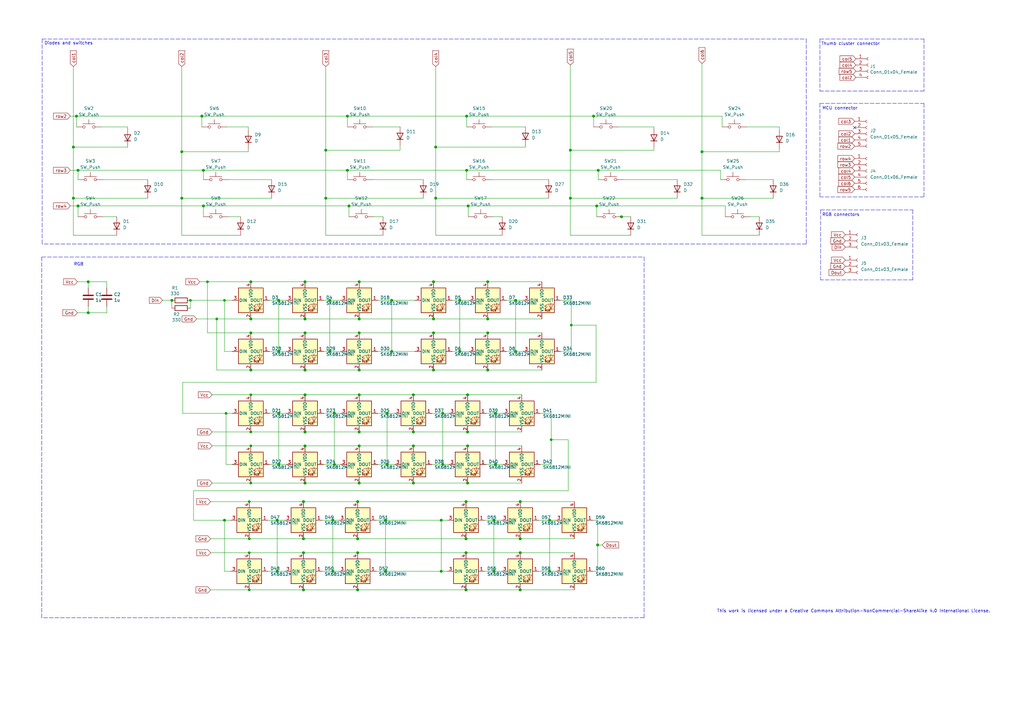
<source format=kicad_sch>
(kicad_sch (version 20231120) (generator "eeschema") (generator_version "8.0")
  (paper "A3")
  (title_block (title "flex.sch") (date "2022-01-04") (rev "2.2") (company "bastard keyboards") (comment 3 "CC BY-NC-SA 4.0") (comment 4 "Copyright Quentin Lebastard 2022"))
  (junction (at 125.095 161.925) (diameter 1.016))
  (junction (at 147.32 182.88) (diameter 1.016))
  (junction (at 160.655 144.145) (diameter 1.016))
  (junction (at 146.685 205.74) (diameter 1.016))
  (junction (at 245.11 223.52) (diameter 1.016))
  (junction (at 114.3 169.545) (diameter 1.016))
  (junction (at 83.439 69.85) (diameter 1.016))
  (junction (at 135.255 144.145) (diameter 1.016))
  (junction (at 147.32 151.765) (diameter 1.016))
  (junction (at 146.685 226.695) (diameter 1.016))
  (junction (at 191.77 182.88) (diameter 1.016))
  (junction (at 114.3 144.145) (diameter 1.016))
  (junction (at 158.115 234.315) (diameter 1.016))
  (junction (at 74.549 62.23) (diameter 1.016))
  (junction (at 147.32 136.525) (diameter 1.016))
  (junction (at 142.494 69.85) (diameter 1.016))
  (junction (at 191.77 161.925) (diameter 1.016))
  (junction (at 211.455 144.145) (diameter 1.016))
  (junction (at 158.75 190.5) (diameter 1.016))
  (junction (at 226.06 180.34))
  (junction (at 146.685 220.98) (diameter 1.016))
  (junction (at 243.459 47.625) (diameter 1.016))
  (junction (at 287.909 81.28) (diameter 1.016))
  (junction (at 177.8 130.81) (diameter 1.016))
  (junction (at 200.025 115.57) (diameter 1.016))
  (junction (at 137.16 190.5) (diameter 1.016))
  (junction (at 36.195 115.57) (diameter 1.016))
  (junction (at 191.389 69.85) (diameter 1.016))
  (junction (at 146.685 241.935) (diameter 1.016))
  (junction (at 287.909 62.23) (diameter 1.016))
  (junction (at 70.485 123.19) (diameter 1.016))
  (junction (at 83.439 84.455) (diameter 1.016))
  (junction (at 169.545 161.925) (diameter 1.016))
  (junction (at 203.2 169.545) (diameter 1.016))
  (junction (at 113.665 234.315) (diameter 1.016))
  (junction (at 143.129 84.455) (diameter 1.016))
  (junction (at 181.61 169.545) (diameter 1.016))
  (junction (at 78.105 123.19))
  (junction (at 125.095 115.57) (diameter 1.016))
  (junction (at 114.3 190.5) (diameter 1.016))
  (junction (at 177.8 151.765) (diameter 1.016))
  (junction (at 225.425 234.315) (diameter 1.016))
  (junction (at 30.099 60.325) (diameter 1.016))
  (junction (at 102.87 115.57) (diameter 1.016))
  (junction (at 137.16 169.545) (diameter 1.016))
  (junction (at 136.525 213.36) (diameter 1.016))
  (junction (at 245.364 69.85) (diameter 1.016))
  (junction (at 191.389 47.625) (diameter 1.016))
  (junction (at 169.545 182.88) (diameter 1.016))
  (junction (at 200.025 151.765) (diameter 1.016))
  (junction (at 92.075 123.19))
  (junction (at 191.135 226.695) (diameter 1.016))
  (junction (at 102.87 136.525) (diameter 1.016))
  (junction (at 234.315 133.35))
  (junction (at 158.75 169.545) (diameter 1.016))
  (junction (at 200.025 136.525) (diameter 1.016))
  (junction (at 102.235 205.74))
  (junction (at 102.87 130.81) (diameter 1.016))
  (junction (at 213.36 205.74) (diameter 1.016))
  (junction (at 135.255 123.19) (diameter 1.016))
  (junction (at 213.36 226.695) (diameter 1.016))
  (junction (at 114.3 123.19) (diameter 1.016))
  (junction (at 225.425 213.36) (diameter 1.016))
  (junction (at 169.545 177.165) (diameter 1.016))
  (junction (at 142.494 47.625) (diameter 1.016))
  (junction (at 191.77 177.165) (diameter 1.016))
  (junction (at 133.604 61.595) (diameter 1.016))
  (junction (at 203.2 190.5) (diameter 1.016))
  (junction (at 125.095 151.765) (diameter 1.016))
  (junction (at 180.975 234.315) (diameter 1.016))
  (junction (at 36.195 128.27) (diameter 1.016))
  (junction (at 113.665 213.36) (diameter 1.016))
  (junction (at 169.545 198.12) (diameter 1.016))
  (junction (at 136.525 234.315) (diameter 1.016))
  (junction (at 147.32 161.925) (diameter 1.016))
  (junction (at 191.77 198.12) (diameter 1.016))
  (junction (at 102.87 182.88))
  (junction (at 202.565 234.315) (diameter 1.016))
  (junction (at 133.604 81.28) (diameter 1.016))
  (junction (at 102.235 220.98))
  (junction (at 147.32 130.81) (diameter 1.016))
  (junction (at 177.8 136.525) (diameter 1.016))
  (junction (at 125.095 182.88) (diameter 1.016))
  (junction (at 188.595 144.145) (diameter 1.016))
  (junction (at 244.729 84.455) (diameter 1.016))
  (junction (at 202.565 213.36) (diameter 1.016))
  (junction (at 124.46 226.695) (diameter 1.016))
  (junction (at 177.8 115.57) (diameter 1.016))
  (junction (at 158.115 213.36) (diameter 1.016))
  (junction (at 30.099 81.28) (diameter 1.016))
  (junction (at 181.61 190.5) (diameter 1.016))
  (junction (at 102.87 198.12))
  (junction (at 31.369 47.625) (diameter 1.016))
  (junction (at 188.595 123.19) (diameter 1.016))
  (junction (at 102.87 161.925))
  (junction (at 102.87 151.765) (diameter 1.016))
  (junction (at 102.87 177.165))
  (junction (at 192.024 84.455) (diameter 1.016))
  (junction (at 85.09 115.57))
  (junction (at 254.889 88.9) (diameter 1.016))
  (junction (at 191.135 241.935) (diameter 1.016))
  (junction (at 147.32 177.165) (diameter 1.016))
  (junction (at 178.689 81.28) (diameter 1.016))
  (junction (at 125.095 198.12) (diameter 1.016))
  (junction (at 211.455 123.19) (diameter 1.016))
  (junction (at 147.32 198.12) (diameter 1.016))
  (junction (at 32.004 69.85) (diameter 1.016))
  (junction (at 191.135 220.98) (diameter 1.016))
  (junction (at 147.32 115.57) (diameter 1.016))
  (junction (at 92.075 213.36) (diameter 1.016))
  (junction (at 124.46 220.98) (diameter 1.016))
  (junction (at 233.934 61.595) (diameter 1.016))
  (junction (at 88.9 130.81))
  (junction (at 74.549 81.28) (diameter 1.016))
  (junction (at 124.46 241.935) (diameter 1.016))
  (junction (at 213.36 220.98) (diameter 1.016))
  (junction (at 178.689 60.325) (diameter 1.016))
  (junction (at 160.655 123.19) (diameter 1.016))
  (junction (at 213.36 241.935) (diameter 1.016))
  (junction (at 191.135 205.74) (diameter 1.016))
  (junction (at 124.46 205.74) (diameter 1.016))
  (junction (at 200.025 130.81) (diameter 1.016))
  (junction (at 125.095 177.165) (diameter 1.016))
  (junction (at 102.235 226.695))
  (junction (at 32.004 84.455) (diameter 1.016))
  (junction (at 233.934 81.28) (diameter 1.016))
  (junction (at 125.095 130.81) (diameter 1.016))
  (junction (at 92.71 169.545))
  (junction (at 102.235 241.935))
  (junction (at 125.095 136.525) (diameter 1.016))
  (junction (at 82.804 47.625) (diameter 1.016))
  (junction (at 180.975 213.36) (diameter 1.016))
  (no_connect (at 350.52 52.324))
  (wire (pts (xy 254.889 88.9) (xy 258.699 88.9)))
  (wire (pts (xy 213.36 220.98) (xy 235.585 220.98)))
  (wire (pts (xy 136.525 213.36) (xy 139.065 213.36)))
  (wire (pts (xy 178.689 60.325) (xy 215.519 60.325)))
  (wire (pts (xy 125.095 115.57) (xy 147.32 115.57)))
  (wire (pts (xy 203.2 169.545) (xy 203.2 190.5)))
  (wire (pts (xy 178.689 27.305) (xy 178.689 60.325)))
  (wire (pts (xy 154.94 190.5) (xy 158.75 190.5)))
  (wire (pts (xy 125.095 161.925) (xy 147.32 161.925)))
  (wire (pts (xy 158.115 234.315) (xy 180.975 234.315)))
  (polyline (pts (xy 336.296 42.418) (xy 336.296 80.772)) (stroke (width 0) (type dash)))
  (polyline (pts (xy 330.708 16.002) (xy 330.708 100.076)) (stroke (width 0) (type dash)))
  (wire (pts (xy 74.549 27.305) (xy 74.549 62.23)))
  (wire (pts (xy 147.32 130.81) (xy 177.8 130.81)))
  (wire (pts (xy 136.525 213.36) (xy 136.525 234.315)))
  (wire (pts (xy 36.195 115.57) (xy 31.75 115.57)))
  (wire (pts (xy 305.689 73.66) (xy 317.119 73.66)))
  (wire (pts (xy 211.455 123.19) (xy 214.63 123.19)))
  (wire (pts (xy 132.715 123.19) (xy 135.255 123.19)))
  (wire (pts (xy 143.129 84.455) (xy 192.024 84.455)))
  (wire (pts (xy 169.545 161.925) (xy 191.77 161.925)))
  (wire (pts (xy 93.599 88.9) (xy 98.679 88.9)))
  (wire (pts (xy 296.164 47.625) (xy 296.164 52.07)))
  (polyline (pts (xy 336.55 86.106) (xy 336.55 114.808)) (stroke (width 0) (type dash)))
  (wire (pts (xy 86.995 161.925) (xy 102.87 161.925)))
  (wire (pts (xy 32.004 69.85) (xy 83.439 69.85)))
  (wire (pts (xy 132.715 144.145) (xy 135.255 144.145)))
  (wire (pts (xy 202.565 213.36) (xy 205.74 213.36)))
  (wire (pts (xy 185.42 144.145) (xy 188.595 144.145)))
  (wire (pts (xy 43.815 115.57) (xy 36.195 115.57)))
  (wire (pts (xy 234.315 123.19) (xy 234.315 133.35)))
  (wire (pts (xy 28.829 84.455) (xy 32.004 84.455)))
  (wire (pts (xy 287.909 96.52) (xy 311.404 96.52)))
  (wire (pts (xy 177.165 190.5) (xy 181.61 190.5)))
  (wire (pts (xy 32.004 84.455) (xy 32.004 88.9)))
  (polyline (pts (xy 17.272 16.002) (xy 17.272 100.076)) (stroke (width 0) (type dash)))
  (wire (pts (xy 85.09 115.57) (xy 85.09 136.525)))
  (wire (pts (xy 83.439 69.85) (xy 83.439 73.66)))
  (polyline (pts (xy 264.16 105.41) (xy 264.16 253.365)) (stroke (width 0) (type dash)))
  (wire (pts (xy 234.315 133.35) (xy 244.475 133.35)))
  (wire (pts (xy 191.77 177.165) (xy 213.995 177.165)))
  (wire (pts (xy 202.565 213.36) (xy 202.565 234.315)))
  (wire (pts (xy 133.604 61.595) (xy 133.604 81.28)))
  (wire (pts (xy 114.3 169.545) (xy 114.3 190.5)))
  (wire (pts (xy 32.004 84.455) (xy 83.439 84.455)))
  (wire (pts (xy 102.235 226.695) (xy 124.46 226.695)))
  (wire (pts (xy 92.71 169.545) (xy 92.71 190.5)))
  (wire (pts (xy 102.87 182.88) (xy 125.095 182.88)))
  (wire (pts (xy 125.095 130.81) (xy 147.32 130.81)))
  (wire (pts (xy 268.224 52.07) (xy 268.224 52.705)))
  (wire (pts (xy 191.389 47.625) (xy 243.459 47.625)))
  (wire (pts (xy 154.305 213.36) (xy 158.115 213.36)))
  (wire (pts (xy 42.164 88.9) (xy 47.879 88.9)))
  (wire (pts (xy 133.604 96.52) (xy 157.099 96.52)))
  (wire (pts (xy 125.095 177.165) (xy 147.32 177.165)))
  (wire (pts (xy 211.455 144.145) (xy 214.63 144.145)))
  (wire (pts (xy 142.494 47.625) (xy 191.389 47.625)))
  (wire (pts (xy 135.255 123.19) (xy 135.255 144.145)))
  (wire (pts (xy 102.87 177.165) (xy 125.095 177.165)))
  (wire (pts (xy 30.099 60.325) (xy 30.099 81.28)))
  (wire (pts (xy 137.16 169.545) (xy 137.16 190.5)))
  (wire (pts (xy 74.93 169.545) (xy 92.71 169.545)))
  (wire (pts (xy 164.084 59.69) (xy 164.084 61.595)))
  (wire (pts (xy 229.87 123.19) (xy 234.315 123.19)))
  (polyline (pts (xy 374.396 86.106) (xy 374.396 114.808)) (stroke (width 0) (type dash)))
  (wire (pts (xy 297.434 84.455) (xy 297.434 88.9)))
  (wire (pts (xy 147.32 151.765) (xy 177.8 151.765)))
  (wire (pts (xy 86.995 182.88) (xy 102.87 182.88)))
  (wire (pts (xy 146.685 205.74) (xy 191.135 205.74)))
  (wire (pts (xy 124.46 220.98) (xy 146.685 220.98)))
  (wire (pts (xy 177.8 130.81) (xy 200.025 130.81)))
  (wire (pts (xy 124.46 241.935) (xy 146.685 241.935)))
  (polyline (pts (xy 378.968 16.002) (xy 378.968 37.338)) (stroke (width 0) (type dash)))
  (wire (pts (xy 114.3 123.19) (xy 117.475 123.19)))
  (wire (pts (xy 253.619 52.07) (xy 268.224 52.07)))
  (wire (pts (xy 143.129 84.455) (xy 143.129 88.9)))
  (wire (pts (xy 213.36 241.935) (xy 235.585 241.935)))
  (wire (pts (xy 202.565 234.315) (xy 205.74 234.315)))
  (wire (pts (xy 83.439 84.455) (xy 143.129 84.455)))
  (wire (pts (xy 244.475 156.845) (xy 74.93 156.845)))
  (wire (pts (xy 142.494 47.625) (xy 142.494 52.07)))
  (wire (pts (xy 215.519 59.69) (xy 215.519 60.325)))
  (wire (pts (xy 83.439 84.455) (xy 83.439 88.9)))
  (wire (pts (xy 244.475 133.35) (xy 244.475 156.845)))
  (wire (pts (xy 135.255 144.145) (xy 139.7 144.145)))
  (wire (pts (xy 307.594 88.9) (xy 311.404 88.9)))
  (wire (pts (xy 92.075 213.36) (xy 92.075 234.315)))
  (wire (pts (xy 81.915 115.57) (xy 85.09 115.57)))
  (wire (pts (xy 243.459 47.625) (xy 296.164 47.625)))
  (wire (pts (xy 198.755 234.315) (xy 202.565 234.315)))
  (wire (pts (xy 125.095 182.88) (xy 147.32 182.88)))
  (wire (pts (xy 85.09 115.57) (xy 102.87 115.57)))
  (wire (pts (xy 102.87 198.12) (xy 125.095 198.12)))
  (wire (pts (xy 30.099 27.305) (xy 30.099 60.325)))
  (polyline (pts (xy 378.968 37.338) (xy 336.296 37.338)) (stroke (width 0) (type dash)))
  (wire (pts (xy 114.3 169.545) (xy 117.475 169.545)))
  (wire (pts (xy 178.689 81.28) (xy 225.044 81.28)))
  (wire (pts (xy 41.529 52.07) (xy 52.324 52.07)))
  (wire (pts (xy 110.49 169.545) (xy 114.3 169.545)))
  (wire (pts (xy 233.934 61.595) (xy 233.934 81.28)))
  (wire (pts (xy 233.934 81.28) (xy 233.934 96.52)))
  (wire (pts (xy 177.8 115.57) (xy 200.025 115.57)))
  (wire (pts (xy 30.099 96.52) (xy 47.879 96.52)))
  (wire (pts (xy 86.36 241.935) (xy 102.235 241.935)))
  (wire (pts (xy 42.164 73.66) (xy 60.579 73.66)))
  (wire (pts (xy 142.494 69.85) (xy 142.494 73.66)))
  (wire (pts (xy 86.36 220.98) (xy 102.235 220.98)))
  (wire (pts (xy 192.024 84.455) (xy 192.024 88.9)))
  (wire (pts (xy 287.909 81.28) (xy 317.119 81.28)))
  (wire (pts (xy 147.32 161.925) (xy 169.545 161.925)))
  (wire (pts (xy 70.485 123.19) (xy 70.485 126.365)))
  (wire (pts (xy 225.425 213.36) (xy 225.425 234.315)))
  (wire (pts (xy 74.549 81.28) (xy 111.379 81.28)))
  (wire (pts (xy 83.439 69.85) (xy 142.494 69.85)))
  (wire (pts (xy 160.655 123.19) (xy 160.655 144.145)))
  (wire (pts (xy 92.71 190.5) (xy 95.25 190.5)))
  (wire (pts (xy 86.36 205.74) (xy 102.235 205.74)))
  (wire (pts (xy 114.3 144.145) (xy 117.475 144.145)))
  (wire (pts (xy 74.549 81.28) (xy 74.549 96.52)))
  (wire (pts (xy 101.854 60.96) (xy 101.854 62.23)))
  (wire (pts (xy 225.425 234.315) (xy 227.965 234.315)))
  (wire (pts (xy 243.459 47.625) (xy 243.459 52.07)))
  (polyline (pts (xy 264.16 253.365) (xy 17.145 253.365)) (stroke (width 0) (type dash)))
  (wire (pts (xy 306.324 52.07) (xy 319.659 52.07)))
  (wire (pts (xy 147.32 198.12) (xy 169.545 198.12)))
  (wire (pts (xy 30.099 81.28) (xy 30.099 96.52)))
  (wire (pts (xy 110.49 123.19) (xy 114.3 123.19)))
  (wire (pts (xy 287.909 26.035) (xy 287.909 62.23)))
  (wire (pts (xy 191.135 205.74) (xy 213.36 205.74)))
  (wire (pts (xy 92.71 169.545) (xy 95.25 169.545)))
  (wire (pts (xy 31.369 47.625) (xy 82.804 47.625)))
  (wire (pts (xy 191.135 220.98) (xy 213.36 220.98)))
  (wire (pts (xy 158.115 213.36) (xy 158.115 234.315)))
  (wire (pts (xy 207.645 144.145) (xy 211.455 144.145)))
  (wire (pts (xy 191.77 182.88) (xy 213.995 182.88)))
  (wire (pts (xy 213.36 226.695) (xy 235.585 226.695)))
  (wire (pts (xy 137.16 190.5) (xy 139.7 190.5)))
  (wire (pts (xy 180.975 213.36) (xy 180.975 234.315)))
  (wire (pts (xy 191.389 69.85) (xy 245.364 69.85)))
  (wire (pts (xy 80.645 130.81) (xy 88.9 130.81)))
  (wire (pts (xy 102.235 205.74) (xy 124.46 205.74)))
  (polyline (pts (xy 17.145 105.41) (xy 264.16 105.41)) (stroke (width 0) (type dash)))
  (wire (pts (xy 92.075 123.19) (xy 92.075 144.145)))
  (wire (pts (xy 199.39 169.545) (xy 203.2 169.545)))
  (wire (pts (xy 133.604 27.305) (xy 133.604 61.595)))
  (wire (pts (xy 258.699 96.52) (xy 233.934 96.52)))
  (wire (pts (xy 178.689 81.28) (xy 178.689 96.52)))
  (wire (pts (xy 295.529 69.85) (xy 295.529 73.66)))
  (wire (pts (xy 102.87 136.525) (xy 125.095 136.525)))
  (wire (pts (xy 31.75 128.27) (xy 36.195 128.27)))
  (wire (pts (xy 133.604 61.595) (xy 164.084 61.595)))
  (wire (pts (xy 160.655 123.19) (xy 170.18 123.19)))
  (wire (pts (xy 93.599 73.66) (xy 111.379 73.66)))
  (wire (pts (xy 154.94 144.145) (xy 160.655 144.145)))
  (wire (pts (xy 188.595 123.19) (xy 188.595 144.145)))
  (wire (pts (xy 221.615 169.545) (xy 226.06 169.545)))
  (wire (pts (xy 201.549 73.66) (xy 225.044 73.66)))
  (wire (pts (xy 86.995 177.165) (xy 102.87 177.165)))
  (wire (pts (xy 188.595 144.145) (xy 192.405 144.145)))
  (wire (pts (xy 92.075 123.19) (xy 78.105 123.19)))
  (wire (pts (xy 135.255 123.19) (xy 139.7 123.19)))
  (wire (pts (xy 102.87 151.765) (xy 125.095 151.765)))
  (wire (pts (xy 132.08 213.36) (xy 136.525 213.36)))
  (wire (pts (xy 147.32 136.525) (xy 177.8 136.525)))
  (wire (pts (xy 132.715 190.5) (xy 137.16 190.5)))
  (wire (pts (xy 113.665 213.36) (xy 116.84 213.36)))
  (wire (pts (xy 109.855 234.315) (xy 113.665 234.315)))
  (polyline (pts (xy 17.272 16.002) (xy 330.708 16.002)) (stroke (width 0) (type dash)))
  (wire (pts (xy 178.689 96.52) (xy 205.994 96.52)))
  (wire (pts (xy 244.729 84.455) (xy 192.024 84.455)))
  (wire (pts (xy 229.87 144.145) (xy 234.315 144.145)))
  (wire (pts (xy 181.61 169.545) (xy 181.61 190.5)))
  (wire (pts (xy 207.645 123.19) (xy 211.455 123.19)))
  (wire (pts (xy 52.324 52.07) (xy 52.324 52.705)))
  (wire (pts (xy 88.9 151.765) (xy 102.87 151.765)))
  (wire (pts (xy 198.755 213.36) (xy 202.565 213.36)))
  (wire (pts (xy 88.9 130.81) (xy 102.87 130.81)))
  (wire (pts (xy 233.045 180.34) (xy 233.045 201.295)))
  (wire (pts (xy 191.135 241.935) (xy 213.36 241.935)))
  (wire (pts (xy 133.604 81.28) (xy 173.609 81.28)))
  (wire (pts (xy 254.254 88.9) (xy 254.889 88.9)))
  (wire (pts (xy 233.934 61.595) (xy 268.224 61.595)))
  (wire (pts (xy 178.689 60.325) (xy 178.689 81.28)))
  (wire (pts (xy 36.195 118.11) (xy 36.195 115.57)))
  (wire (pts (xy 158.75 169.545) (xy 161.925 169.545)))
  (wire (pts (xy 92.964 52.07) (xy 101.854 52.07)))
  (wire (pts (xy 74.549 62.23) (xy 74.549 81.28)))
  (wire (pts (xy 169.545 177.165) (xy 191.77 177.165)))
  (wire (pts (xy 180.975 213.36) (xy 183.515 213.36)))
  (wire (pts (xy 177.8 151.765) (xy 200.025 151.765)))
  (wire (pts (xy 245.11 234.315) (xy 243.205 234.315)))
  (wire (pts (xy 102.87 130.81) (xy 125.095 130.81)))
  (wire (pts (xy 125.095 198.12) (xy 147.32 198.12)))
  (wire (pts (xy 102.235 220.98) (xy 124.46 220.98)))
  (polyline (pts (xy 336.296 16.002) (xy 378.968 16.002)) (stroke (width 0) (type dash)))
  (wire (pts (xy 147.32 115.57) (xy 177.8 115.57)))
  (wire (pts (xy 28.829 47.625) (xy 31.369 47.625)))
  (wire (pts (xy 268.224 60.325) (xy 268.224 61.595)))
  (wire (pts (xy 114.3 190.5) (xy 117.475 190.5)))
  (wire (pts (xy 202.184 88.9) (xy 205.994 88.9)))
  (wire (pts (xy 287.909 81.28) (xy 287.909 96.52)))
  (wire (pts (xy 191.389 47.625) (xy 191.389 52.07)))
  (wire (pts (xy 200.025 136.525) (xy 222.25 136.525)))
  (wire (pts (xy 154.94 169.545) (xy 158.75 169.545)))
  (wire (pts (xy 113.665 234.315) (xy 116.84 234.315)))
  (wire (pts (xy 160.655 144.145) (xy 170.18 144.145)))
  (wire (pts (xy 86.995 198.12) (xy 102.87 198.12)))
  (wire (pts (xy 200.025 151.765) (xy 222.25 151.765)))
  (wire (pts (xy 125.095 136.525) (xy 147.32 136.525)))
  (wire (pts (xy 146.685 241.935) (xy 191.135 241.935)))
  (polyline (pts (xy 336.55 86.106) (xy 374.396 86.106)) (stroke (width 0) (type dash)))
  (polyline (pts (xy 336.296 16.002) (xy 336.296 37.338)) (stroke (width 0) (type dash)))
  (wire (pts (xy 245.11 223.52) (xy 245.11 234.315)))
  (wire (pts (xy 211.455 123.19) (xy 211.455 144.145)))
  (wire (pts (xy 36.195 128.27) (xy 36.195 125.73)))
  (wire (pts (xy 244.729 84.455) (xy 297.434 84.455)))
  (wire (pts (xy 191.77 198.12) (xy 213.995 198.12)))
  (wire (pts (xy 110.49 144.145) (xy 114.3 144.145)))
  (wire (pts (xy 92.075 213.36) (xy 94.615 213.36)))
  (wire (pts (xy 158.75 190.5) (xy 161.925 190.5)))
  (wire (pts (xy 245.11 213.36) (xy 245.11 223.52)))
  (wire (pts (xy 147.32 182.88) (xy 169.545 182.88)))
  (wire (pts (xy 319.659 60.96) (xy 319.659 62.23)))
  (polyline (pts (xy 378.968 42.418) (xy 378.968 80.772)) (stroke (width 0) (type dash)))
  (wire (pts (xy 203.2 190.5) (xy 206.375 190.5)))
  (wire (pts (xy 124.46 226.695) (xy 146.685 226.695)))
  (wire (pts (xy 85.09 136.525) (xy 102.87 136.525)))
  (wire (pts (xy 31.369 47.625) (xy 31.369 52.07)))
  (wire (pts (xy 226.06 180.34) (xy 233.045 180.34)))
  (wire (pts (xy 203.2 169.545) (xy 206.375 169.545)))
  (wire (pts (xy 177.8 136.525) (xy 200.025 136.525)))
  (wire (pts (xy 102.87 161.925) (xy 125.095 161.925)))
  (wire (pts (xy 220.98 213.36) (xy 225.425 213.36)))
  (wire (pts (xy 245.364 69.85) (xy 295.529 69.85)))
  (wire (pts (xy 191.389 69.85) (xy 191.389 73.66)))
  (wire (pts (xy 132.715 169.545) (xy 137.16 169.545)))
  (wire (pts (xy 146.685 220.98) (xy 191.135 220.98)))
  (wire (pts (xy 78.105 123.19) (xy 78.105 126.365)))
  (wire (pts (xy 101.854 62.23) (xy 74.549 62.23)))
  (wire (pts (xy 199.39 190.5) (xy 203.2 190.5)))
  (wire (pts (xy 146.685 226.695) (xy 191.135 226.695)))
  (wire (pts (xy 102.87 115.57) (xy 125.095 115.57)))
  (wire (pts (xy 101.854 52.07) (xy 101.854 53.34)))
  (wire (pts (xy 74.549 96.52) (xy 98.679 96.52)))
  (wire (pts (xy 92.075 234.315) (xy 94.615 234.315)))
  (wire (pts (xy 30.099 81.28) (xy 60.579 81.28)))
  (wire (pts (xy 110.49 190.5) (xy 114.3 190.5)))
  (wire (pts (xy 234.315 133.35) (xy 234.315 144.145)))
  (polyline (pts (xy 336.296 42.418) (xy 378.968 42.418)) (stroke (width 0) (type dash)))
  (wire (pts (xy 92.075 144.145) (xy 95.25 144.145)))
  (wire (pts (xy 86.36 226.695) (xy 102.235 226.695)))
  (wire (pts (xy 255.524 73.66) (xy 277.749 73.66)))
  (wire (pts (xy 74.93 156.845) (xy 74.93 169.545)))
  (wire (pts (xy 114.3 123.19) (xy 114.3 144.145)))
  (wire (pts (xy 88.9 130.81) (xy 88.9 151.765)))
  (wire (pts (xy 152.654 73.66) (xy 173.609 73.66)))
  (wire (pts (xy 82.804 47.625) (xy 82.804 52.07)))
  (wire (pts (xy 152.654 52.07) (xy 164.084 52.07)))
  (wire (pts (xy 109.855 213.36) (xy 113.665 213.36)))
  (polyline (pts (xy 17.145 105.41) (xy 17.145 253.365)) (stroke (width 0) (type dash)))
  (wire (pts (xy 226.06 169.545) (xy 226.06 180.34)))
  (wire (pts (xy 233.934 81.28) (xy 277.749 81.28)))
  (wire (pts (xy 79.375 201.295) (xy 79.375 213.36)))
  (wire (pts (xy 153.289 88.9) (xy 157.099 88.9)))
  (wire (pts (xy 191.135 226.695) (xy 213.36 226.695)))
  (wire (pts (xy 133.604 81.28) (xy 133.604 96.52)))
  (wire (pts (xy 243.205 213.36) (xy 245.11 213.36)))
  (wire (pts (xy 200.025 130.81) (xy 222.25 130.81)))
  (wire (pts (xy 136.525 234.315) (xy 139.065 234.315)))
  (wire (pts (xy 79.375 213.36) (xy 92.075 213.36)))
  (wire (pts (xy 43.815 118.11) (xy 43.815 115.57)))
  (wire (pts (xy 158.75 169.545) (xy 158.75 190.5)))
  (wire (pts (xy 226.06 180.34) (xy 226.06 190.5)))
  (polyline (pts (xy 378.968 80.772) (xy 336.296 80.772)) (stroke (width 0) (type dash)))
  (wire (pts (xy 200.025 115.57) (xy 222.25 115.57)))
  (wire (pts (xy 113.665 213.36) (xy 113.665 234.315)))
  (wire (pts (xy 132.08 234.315) (xy 136.525 234.315)))
  (wire (pts (xy 233.934 26.67) (xy 233.934 61.595)))
  (wire (pts (xy 185.42 123.19) (xy 188.595 123.19)))
  (wire (pts (xy 32.004 69.85) (xy 32.004 73.66)))
  (wire (pts (xy 52.324 60.325) (xy 30.099 60.325)))
  (wire (pts (xy 287.909 62.23) (xy 287.909 81.28)))
  (wire (pts (xy 43.815 128.27) (xy 43.815 125.73)))
  (wire (pts (xy 169.545 182.88) (xy 191.77 182.88)))
  (wire (pts (xy 169.545 198.12) (xy 191.77 198.12)))
  (wire (pts (xy 191.77 161.925) (xy 213.995 161.925)))
  (wire (pts (xy 233.045 201.295) (xy 79.375 201.295)))
  (wire (pts (xy 147.32 177.165) (xy 169.545 177.165)))
  (wire (pts (xy 225.425 213.36) (xy 227.965 213.36)))
  (wire (pts (xy 188.595 123.19) (xy 192.405 123.19)))
  (wire (pts (xy 177.165 169.545) (xy 181.61 169.545)))
  (wire (pts (xy 92.075 123.19) (xy 95.25 123.19)))
  (wire (pts (xy 221.615 190.5) (xy 226.06 190.5)))
  (wire (pts (xy 245.11 223.52) (xy 247.015 223.52)))
  (wire (pts (xy 137.16 169.545) (xy 139.7 169.545)))
  (wire (pts (xy 180.975 234.315) (xy 183.515 234.315)))
  (wire (pts (xy 66.675 123.19) (xy 70.485 123.19)))
  (wire (pts (xy 201.549 52.07) (xy 215.519 52.07)))
  (wire (pts (xy 82.804 47.625) (xy 142.494 47.625)))
  (wire (pts (xy 244.729 88.9) (xy 244.729 84.455)))
  (wire (pts (xy 181.61 169.545) (xy 184.15 169.545)))
  (wire (pts (xy 28.829 69.85) (xy 32.004 69.85)))
  (polyline (pts (xy 374.396 114.808) (xy 336.55 114.808)) (stroke (width 0) (type dash)))
  (wire (pts (xy 36.195 128.27) (xy 43.815 128.27)))
  (wire (pts (xy 125.095 151.765) (xy 147.32 151.765)))
  (wire (pts (xy 245.364 69.85) (xy 245.364 73.66)))
  (wire (pts (xy 154.94 123.19) (xy 160.655 123.19)))
  (wire (pts (xy 158.115 213.36) (xy 180.975 213.36)))
  (wire (pts (xy 181.61 190.5) (xy 184.15 190.5)))
  (wire (pts (xy 319.659 52.07) (xy 319.659 53.34)))
  (wire (pts (xy 154.305 234.315) (xy 158.115 234.315)))
  (polyline (pts (xy 330.708 100.076) (xy 17.272 100.076)) (stroke (width 0) (type dash)))
  (wire (pts (xy 124.46 205.74) (xy 146.685 205.74)))
  (wire (pts (xy 287.909 62.23) (xy 319.659 62.23)))
  (wire (pts (xy 220.98 234.315) (xy 225.425 234.315)))
  (wire (pts (xy 213.36 205.74) (xy 235.585 205.74)))
  (wire (pts (xy 142.494 69.85) (xy 191.389 69.85)))
  (wire (pts (xy 102.235 241.935) (xy 124.46 241.935)))
  (text "RGB" (at 34.29 109.22 0) (effects (font (size 1.27 1.27)) (justify right bottom)))
  (text "Diodes and switches" (at 38.1 18.542 0) (effects (font (size 1.27 1.27)) (justify right bottom)))
  (text "Thumb cluster connector" (at 360.934 18.796 0) (effects (font (size 1.27 1.27)) (justify right bottom)))
  (text "RGB connectors" (at 352.552 88.9 0) (effects (font (size 1.27 1.27)) (justify right bottom)))
  (text "MCU connector" (at 351.79 45.212 0) (effects (font (size 1.27 1.27)) (justify right bottom)))
  (text "This work is licensed under a Creative Commons Attribution-NonCommercial-ShareAlike 4.0 International License." (at 294.005 251.46 0) (effects (font (size 1.27 1.27)) (justify left bottom)))
  (global_label "col4" (shape input) (at 351.028 26.67 180) (property "Intersheetrefs" "${INTERSHEET_REFS}" (effects (hide yes))))
  (global_label "row3" (shape input) (at 28.829 69.85 180) (property "Intersheetrefs" "${INTERSHEET_REFS}" (effects (hide yes))))
  (global_label "row4" (shape input) (at 350.52 65.024 180) (property "Intersheetrefs" "${INTERSHEET_REFS}" (effects (hide yes))))
  (global_label "col5" (shape input) (at 233.934 26.67 90) (property "Intersheetrefs" "${INTERSHEET_REFS}" (effects (hide yes))))
  (global_label "Vcc" (shape input) (at 86.36 205.74 180) (property "Intersheetrefs" "${INTERSHEET_REFS}" (effects (hide yes))))
  (global_label "row2" (shape input) (at 28.829 47.625 180) (property "Intersheetrefs" "${INTERSHEET_REFS}" (effects (hide yes))))
  (global_label "col3" (shape input) (at 133.604 27.305 90) (property "Intersheetrefs" "${INTERSHEET_REFS}" (effects (hide yes))))
  (global_label "row5" (shape input) (at 351.028 29.21 180) (property "Intersheetrefs" "${INTERSHEET_REFS}" (effects (hide yes))))
  (global_label "Din" (shape input) (at 66.675 123.19 180) (property "Intersheetrefs" "${INTERSHEET_REFS}" (effects (hide yes))))
  (global_label "col6" (shape input) (at 287.909 26.035 90) (property "Intersheetrefs" "${INTERSHEET_REFS}" (effects (hide yes))))
  (global_label "Gnd" (shape input) (at 86.995 198.12 180) (property "Intersheetrefs" "${INTERSHEET_REFS}" (effects (hide yes))))
  (global_label "Vcc" (shape input) (at 86.36 226.695 180) (property "Intersheetrefs" "${INTERSHEET_REFS}" (effects (hide yes))))
  (global_label "col5" (shape input) (at 350.52 72.644 180) (property "Intersheetrefs" "${INTERSHEET_REFS}" (effects (hide yes))))
  (global_label "Din" (shape input) (at 346.71 101.346 180) (property "Intersheetrefs" "${INTERSHEET_REFS}" (effects (hide yes))))
  (global_label "Gnd" (shape input) (at 31.75 128.27 180) (property "Intersheetrefs" "${INTERSHEET_REFS}" (effects (hide yes))))
  (global_label "Gnd" (shape input) (at 86.995 177.165 180) (property "Intersheetrefs" "${INTERSHEET_REFS}" (effects (hide yes))))
  (global_label "col1" (shape input) (at 350.52 57.404 180) (property "Intersheetrefs" "${INTERSHEET_REFS}" (effects (hide yes))))
  (global_label "row2" (shape input) (at 350.52 59.944 180) (property "Intersheetrefs" "${INTERSHEET_REFS}" (effects (hide yes))))
  (global_label "col2" (shape input) (at 351.028 31.75 180) (property "Intersheetrefs" "${INTERSHEET_REFS}" (effects (hide yes))))
  (global_label "Vcc" (shape input) (at 86.995 182.88 180) (property "Intersheetrefs" "${INTERSHEET_REFS}" (effects (hide yes))))
  (global_label "Vcc" (shape input) (at 346.71 96.266 180) (property "Intersheetrefs" "${INTERSHEET_REFS}" (effects (hide yes))))
  (global_label "Gnd" (shape input) (at 346.71 98.806 180) (property "Intersheetrefs" "${INTERSHEET_REFS}" (effects (hide yes))))
  (global_label "col2" (shape input) (at 74.549 27.305 90) (property "Intersheetrefs" "${INTERSHEET_REFS}" (effects (hide yes))))
  (global_label "row5" (shape input) (at 350.52 77.724 180) (property "Intersheetrefs" "${INTERSHEET_REFS}" (effects (hide yes))))
  (global_label "col2" (shape input) (at 350.52 54.864 180) (property "Intersheetrefs" "${INTERSHEET_REFS}" (effects (hide yes))))
  (global_label "Gnd" (shape input) (at 80.645 130.81 180) (property "Intersheetrefs" "${INTERSHEET_REFS}" (effects (hide yes))))
  (global_label "Dout" (shape input) (at 247.015 223.52 0) (property "Intersheetrefs" "${INTERSHEET_REFS}" (effects (hide yes))))
  (global_label "col4" (shape input) (at 350.52 70.104 180) (property "Intersheetrefs" "${INTERSHEET_REFS}" (effects (hide yes))))
  (global_label "col4" (shape input) (at 178.689 27.305 90) (property "Intersheetrefs" "${INTERSHEET_REFS}" (effects (hide yes))))
  (global_label "Vcc" (shape input) (at 346.71 106.68 180) (property "Intersheetrefs" "${INTERSHEET_REFS}" (effects (hide yes))))
  (global_label "Gnd" (shape input) (at 86.36 241.935 180) (property "Intersheetrefs" "${INTERSHEET_REFS}" (effects (hide yes))))
  (global_label "Vcc" (shape input) (at 31.75 115.57 180) (property "Intersheetrefs" "${INTERSHEET_REFS}" (effects (hide yes))))
  (global_label "row3" (shape input) (at 350.52 67.564 180) (property "Intersheetrefs" "${INTERSHEET_REFS}" (effects (hide yes))))
  (global_label "Gnd" (shape input) (at 86.36 220.98 180) (property "Intersheetrefs" "${INTERSHEET_REFS}" (effects (hide yes))))
  (global_label "col5" (shape input) (at 351.028 24.13 180) (property "Intersheetrefs" "${INTERSHEET_REFS}" (effects (hide yes))))
  (global_label "Dout" (shape input) (at 346.71 111.76 180) (property "Intersheetrefs" "${INTERSHEET_REFS}" (effects (hide yes))))
  (global_label "row4" (shape input) (at 28.829 84.455 180) (property "Intersheetrefs" "${INTERSHEET_REFS}" (effects (hide yes))))
  (global_label "col1" (shape input) (at 30.099 27.305 90) (property "Intersheetrefs" "${INTERSHEET_REFS}" (effects (hide yes))))
  (global_label "Vcc" (shape input) (at 86.995 161.925 180) (property "Intersheetrefs" "${INTERSHEET_REFS}" (effects (hide yes))))
  (global_label "col3" (shape input) (at 350.52 49.784 180) (property "Intersheetrefs" "${INTERSHEET_REFS}" (effects (hide yes))))
  (global_label "Gnd" (shape input) (at 346.71 109.22 180) (property "Intersheetrefs" "${INTERSHEET_REFS}" (effects (hide yes))))
  (global_label "col6" (shape input) (at 350.52 75.184 180) (property "Intersheetrefs" "${INTERSHEET_REFS}" (effects (hide yes))))
  (global_label "Vcc" (shape input) (at 81.915 115.57 180) (property "Intersheetrefs" "${INTERSHEET_REFS}" (effects (hide yes))))
  (symbol (lib_id "Device:C") (at 36.195 121.92 0) (unit 1)
    (property "Reference" "C1" (at 39.1161 120.7706 0) (effects (justify left)))
    (property "Value" "1u" (at 39.1161 123.0693 0) (effects (justify left)))
    (property "Footprint" "Capacitor_SMD:C_1206_3216Metric_Pad1.42x1.75mm_HandSolder" (effects (hide yes)))
  )
  (symbol (lib_id "Device:D") (at 225.044 77.47 90) (unit 1)
    (property "Reference" "D27" (at 227.584 75.565 90) (effects (justify right)))
    (property "Value" "D" (at 227.584 78.105 90) (effects (justify right)))
    (property "Footprint" "custom:Diode_TH_SOD123" (effects (hide yes)))
  )
  (symbol (lib_id "Device:D") (at 101.854 57.15 90) (unit 1)
    (property "Reference" "D9" (at 104.394 55.245 90) (effects (justify right)))
    (property "Value" "D" (at 104.394 57.785 90) (effects (justify right)))
    (property "Footprint" "custom:Diode_TH_SOD123" (effects (hide yes)))
  )
  (symbol (lib_id "Device:D") (at 157.099 92.71 90) (unit 1)
    (property "Reference" "D17" (at 159.639 90.805 90) (effects (justify right)))
    (property "Value" "D" (at 159.639 93.345 90) (effects (justify right)))
    (property "Footprint" "custom:Diode_TH_SOD123" (effects (hide yes)))
  )
  (symbol (lib_id "Switch:SW_Push") (at 36.449 52.07 0) (unit 1)
    (property "Reference" "SW2" (at 36.449 44.45 0))
    (property "Value" "SW_Push" (at 36.449 46.99 0))
    (property "Footprint" "custom:SW_MX_reversible" (effects (hide yes)))
  )
  (symbol (lib_id "Device:D") (at 47.879 92.71 90) (unit 1)
    (property "Reference" "D1" (at 50.419 90.805 90) (effects (justify right)))
    (property "Value" "D" (at 50.419 93.345 90) (effects (justify right)))
    (property "Footprint" "custom:Diode_TH_SOD123" (effects (hide yes)))
  )
  (symbol (lib_id "Switch:SW_Push") (at 249.809 88.9 0) (unit 1)
    (property "Reference" "SW22" (at 249.809 81.28 0))
    (property "Value" "SW_Push" (at 249.809 83.82 0))
    (property "Footprint" "custom:SW_MX_reversible" (effects (hide yes)))
  )
  (symbol (lib_id "Device:D") (at 60.579 77.47 90) (unit 1)
    (property "Reference" "D10" (at 63.119 75.565 90) (effects (justify right)))
    (property "Value" "D" (at 63.119 78.105 90) (effects (justify right)))
    (property "Footprint" "custom:Diode_TH_SOD123" (effects (hide yes)))
  )
  (symbol (lib_id "LED:SK6812MINI") (at 191.77 190.5 0) (unit 1)
    (property "Reference" "D40" (at 200.4061 189.3506 0) (effects (justify left)))
    (property "Value" "SK6812MINI" (at 200.4061 191.6493 0) (effects (justify left)))
    (property "Footprint" "libs2:YS-SK6812MINI-E_REVERSE_NO_EDGECUT" (effects (hide yes)))
    (property "Datasheet" "https://cdn-shop.adafruit.com/product-files/2686/SK6812MINI_REV.01-1-2.pdf" (effects (hide yes)))
  )
  (symbol (lib_id "LED:SK6812MINI") (at 147.32 144.145 0) (unit 1)
    (property "Reference" "D30" (at 155.9561 142.9956 0) (effects (justify left)))
    (property "Value" "SK6812MINI" (at 155.9561 145.2943 0) (effects (justify left)))
    (property "Footprint" "libs2:YS-SK6812MINI-E_REVERSE_NO_EDGECUT" (effects (hide yes)))
    (property "Datasheet" "https://cdn-shop.adafruit.com/product-files/2686/SK6812MINI_REV.01-1-2.pdf" (effects (hide yes)))
  )
  (symbol (lib_id "LED:SK6812MINI") (at 125.095 169.545 0) (unit 1)
    (property "Reference" "D23" (at 133.7311 168.3956 0) (effects (justify left)))
    (property "Value" "SK6812MINI" (at 133.7311 170.6943 0) (effects (justify left)))
    (property "Footprint" "libs2:YS-SK6812MINI-E_REVERSE" (effects (hide yes)))
    (property "Datasheet" "https://cdn-shop.adafruit.com/product-files/2686/SK6812MINI_REV.01-1-2.pdf" (effects (hide yes)))
  )
  (symbol (lib_id "Device:D") (at 277.749 77.47 90) (unit 1)
    (property "Reference" "D32" (at 280.289 75.565 90) (effects (justify right)))
    (property "Value" "D" (at 280.289 78.105 90) (effects (justify right)))
    (property "Footprint" "custom:Diode_TH_SOD123" (effects (hide yes)))
  )
  (symbol (lib_id "LED:SK6812MINI") (at 222.25 123.19 0) (unit 1)
    (property "Reference" "D33" (at 230.8861 122.0406 0) (effects (justify left)))
    (property "Value" "SK6812MINI" (at 230.8861 124.3393 0) (effects (justify left)))
    (property "Footprint" "libs2:YS-SK6812MINI-E_REVERSE" (effects (hide yes)))
    (property "Datasheet" "https://cdn-shop.adafruit.com/product-files/2686/SK6812MINI_REV.01-1-2.pdf" (effects (hide yes)))
  )
  (symbol (lib_id "Device:D") (at 311.404 92.71 90) (unit 1)
    (property "Reference" "D35" (at 313.944 90.805 90) (effects (justify right)))
    (property "Value" "D" (at 313.944 93.345 90) (effects (justify right)))
    (property "Footprint" "custom:Diode_TH_SOD123" (effects (hide yes)))
  )
  (symbol (lib_id "LED:SK6812MINI") (at 169.545 169.545 0) (unit 1)
    (property "Reference" "D37" (at 178.1811 168.3956 0) (effects (justify left)))
    (property "Value" "SK6812MINI" (at 178.1811 170.6943 0) (effects (justify left)))
    (property "Footprint" "libs2:YS-SK6812MINI-E_REVERSE" (effects (hide yes)))
    (property "Datasheet" "https://cdn-shop.adafruit.com/product-files/2686/SK6812MINI_REV.01-1-2.pdf" (effects (hide yes)))
  )
  (symbol (lib_id "LED:SK6812MINI") (at 191.77 169.545 0) (unit 1)
    (property "Reference" "D39" (at 200.4061 168.3956 0) (effects (justify left)))
    (property "Value" "SK6812MINI" (at 200.4061 170.6943 0) (effects (justify left)))
    (property "Footprint" "libs2:YS-SK6812MINI-E_REVERSE" (effects (hide yes)))
    (property "Datasheet" "https://cdn-shop.adafruit.com/product-files/2686/SK6812MINI_REV.01-1-2.pdf" (effects (hide yes)))
  )
  (symbol (lib_id "LED:SK6812MINI") (at 102.87 169.545 0) (unit 1)
    (property "Reference" "D21" (at 111.5061 168.3956 0) (effects (justify left)))
    (property "Value" "SK6812MINI" (at 111.5061 170.6943 0) (effects (justify left)))
    (property "Footprint" "libs2:YS-SK6812MINI-E_REVERSE" (effects (hide yes)))
    (property "Datasheet" "https://cdn-shop.adafruit.com/product-files/2686/SK6812MINI_REV.01-1-2.pdf" (effects (hide yes)))
  )
  (symbol (lib_id "Switch:SW_Push") (at 147.574 73.66 0) (unit 1)
    (property "Reference" "SW11" (at 147.574 66.04 0))
    (property "Value" "SW_Push" (at 147.574 68.58 0))
    (property "Footprint" "custom:SW_MX_reversible" (effects (hide yes)))
  )
  (symbol (lib_id "Switch:SW_Push") (at 148.209 88.9 0) (unit 1)
    (property "Reference" "SW12" (at 148.209 81.28 0))
    (property "Value" "SW_Push" (at 148.209 83.82 0))
    (property "Footprint" "custom:SW_MX_reversible" (effects (hide yes)))
  )
  (symbol (lib_id "LED:SK6812MINI") (at 102.235 234.315 0) (unit 1)
    (property "Reference" "D48" (at 110.8711 233.1656 0) (effects (justify left)))
    (property "Value" "SK6812MINI" (at 110.8711 235.4643 0) (effects (justify left)))
    (property "Footprint" "libs2:YS-SK6812MINI-E_REVERSE_NO_EDGECUT" (effects (hide yes)))
    (property "Datasheet" "https://cdn-shop.adafruit.com/product-files/2686/SK6812MINI_REV.01-1-2.pdf" (effects (hide yes)))
  )
  (symbol (lib_id "Device:D") (at 205.994 92.71 90) (unit 1)
    (property "Reference" "D20" (at 208.534 90.805 90) (effects (justify right)))
    (property "Value" "D" (at 208.534 93.345 90) (effects (justify right)))
    (property "Footprint" "custom:Diode_TH_SOD123" (effects (hide yes)))
  )
  (symbol (lib_id "Switch:SW_Push") (at 88.519 88.9 0) (unit 1)
    (property "Reference" "SW8" (at 88.519 81.28 0))
    (property "Value" "SW_Push" (at 88.519 83.82 0))
    (property "Footprint" "custom:SW_MX_reversible" (effects (hide yes)))
  )
  (symbol (lib_id "Connector:Conn_01x03_Female") (at 351.79 109.22 0) (unit 1)
    (property "Reference" "J5" (at 353.06 107.95 0) (effects (justify left)))
    (property "Value" "Conn_01x03_Female" (at 353.06 110.49 0) (effects (justify left)))
    (property "Footprint" "Connector_PinHeader_2.54mm:PinHeader_1x03_P2.54mm_Vertical" (effects (hide yes)))
  )
  (symbol (lib_id "LED:SK6812MINI") (at 213.995 169.545 0) (unit 1)
    (property "Reference" "D41" (at 222.6311 168.3956 0) (effects (justify left)))
    (property "Value" "SK6812MINI" (at 222.6311 170.6943 0) (effects (justify left)))
    (property "Footprint" "libs2:YS-SK6812MINI-E_REVERSE" (effects (hide yes)))
    (property "Datasheet" "https://cdn-shop.adafruit.com/product-files/2686/SK6812MINI_REV.01-1-2.pdf" (effects (hide yes)))
  )
  (symbol (lib_id "Switch:SW_Push") (at 87.884 52.07 0) (unit 1)
    (property "Reference" "SW6" (at 87.884 44.45 0))
    (property "Value" "SW_Push" (at 87.884 46.99 0))
    (property "Footprint" "custom:SW_MX_reversible" (effects (hide yes)))
  )
  (symbol (lib_id "LED:SK6812MINI") (at 102.235 213.36 0) (unit 1)
    (property "Reference" "D47" (at 110.8711 212.2106 0) (effects (justify left)))
    (property "Value" "SK6812MINI" (at 110.8711 214.5093 0) (effects (justify left)))
    (property "Footprint" "libs2:YS-SK6812MINI-E_REVERSE" (effects (hide yes)))
    (property "Datasheet" "https://cdn-shop.adafruit.com/product-files/2686/SK6812MINI_REV.01-1-2.pdf" (effects (hide yes)))
  )
  (symbol (lib_id "Switch:SW_Push") (at 37.084 73.66 0) (unit 1)
    (property "Reference" "SW3" (at 37.084 66.04 0))
    (property "Value" "SW_Push" (at 37.084 68.58 0))
    (property "Footprint" "custom:SW_MX_reversible" (effects (hide yes)))
  )
  (symbol (lib_id "Device:C") (at 43.815 121.92 0) (unit 1)
    (property "Reference" "C2" (at 46.7361 120.7706 0) (effects (justify left)))
    (property "Value" "1u" (at 46.7361 123.0693 0) (effects (justify left)))
    (property "Footprint" "Capacitor_SMD:C_1206_3216Metric_Pad1.42x1.75mm_HandSolder" (effects (hide yes)))
  )
  (symbol (lib_id "LED:SK6812MINI") (at 213.36 234.315 0) (unit 1)
    (property "Reference" "D58" (at 221.9961 233.1656 0) (effects (justify left)))
    (property "Value" "SK6812MINI" (at 221.9961 235.4643 0) (effects (justify left)))
    (property "Footprint" "libs2:YS-SK6812MINI-E_REVERSE_NO_EDGECUT" (effects (hide yes)))
    (property "Datasheet" "https://cdn-shop.adafruit.com/product-files/2686/SK6812MINI_REV.01-1-2.pdf" (effects (hide yes)))
  )
  (symbol (lib_id "LED:SK6812MINI") (at 213.995 190.5 0) (unit 1)
    (property "Reference" "D42" (at 222.6311 189.3506 0) (effects (justify left)))
    (property "Value" "SK6812MINI" (at 222.6311 191.6493 0) (effects (justify left)))
    (property "Footprint" "libs2:YS-SK6812MINI-E_REVERSE_NO_EDGECUT" (effects (hide yes)))
    (property "Datasheet" "https://cdn-shop.adafruit.com/product-files/2686/SK6812MINI_REV.01-1-2.pdf" (effects (hide yes)))
  )
  (symbol (lib_id "LED:SK6812MINI") (at 235.585 213.36 0) (unit 1)
    (property "Reference" "D59" (at 244.2211 212.2106 0) (effects (justify left)))
    (property "Value" "SK6812MINI" (at 244.2211 214.5093 0) (effects (justify left)))
    (property "Footprint" "libs2:YS-SK6812MINI-E_REVERSE" (effects (hide yes)))
    (property "Datasheet" "https://cdn-shop.adafruit.com/product-files/2686/SK6812MINI_REV.01-1-2.pdf" (effects (hide yes)))
  )
  (symbol (lib_id "LED:SK6812MINI") (at 102.87 190.5 0) (unit 1)
    (property "Reference" "D22" (at 111.5061 189.3506 0) (effects (justify left)))
    (property "Value" "SK6812MINI" (at 111.5061 191.6493 0) (effects (justify left)))
    (property "Footprint" "libs2:YS-SK6812MINI-E_REVERSE_NO_EDGECUT" (effects (hide yes)))
    (property "Datasheet" "https://cdn-shop.adafruit.com/product-files/2686/SK6812MINI_REV.01-1-2.pdf" (effects (hide yes)))
  )
  (symbol (lib_id "Device:D") (at 52.324 56.515 90) (unit 1)
    (property "Reference" "D2" (at 54.864 54.61 90) (effects (justify right)))
    (property "Value" "D" (at 54.864 57.15 90) (effects (justify right)))
    (property "Footprint" "custom:Diode_TH_SOD123" (effects (hide yes)))
  )
  (symbol (lib_id "Switch:SW_Push") (at 301.244 52.07 0) (unit 1)
    (property "Reference" "SW24" (at 301.244 44.45 0))
    (property "Value" "SW_Push" (at 301.244 46.99 0))
    (property "Footprint" "custom:SW_MX_reversible" (effects (hide yes)))
  )
  (symbol (lib_id "LED:SK6812MINI") (at 222.25 144.145 0) (unit 1)
    (property "Reference" "D34" (at 230.8861 142.9956 0) (effects (justify left)))
    (property "Value" "SK6812MINI" (at 230.8861 145.2943 0) (effects (justify left)))
    (property "Footprint" "libs2:YS-SK6812MINI-E_REVERSE_NO_EDGECUT" (effects (hide yes)))
    (property "Datasheet" "https://cdn-shop.adafruit.com/product-files/2686/SK6812MINI_REV.01-1-2.pdf" (effects (hide yes)))
  )
  (symbol (lib_id "Switch:SW_Push") (at 248.539 52.07 0) (unit 1)
    (property "Reference" "SW20" (at 248.539 44.45 0))
    (property "Value" "SW_Push" (at 248.539 46.99 0))
    (property "Footprint" "custom:SW_MX_reversible" (effects (hide yes)))
  )
  (symbol (lib_id "Device:D") (at 173.609 77.47 90) (unit 1)
    (property "Reference" "D19" (at 176.149 75.565 90) (effects (justify right)))
    (property "Value" "D" (at 176.149 78.105 90) (effects (justify right)))
    (property "Footprint" "custom:Diode_TH_SOD123" (effects (hide yes)))
  )
  (symbol (lib_id "LED:SK6812MINI") (at 147.32 190.5 0) (unit 1)
    (property "Reference" "D26" (at 155.9561 189.3506 0) (effects (justify left)))
    (property "Value" "SK6812MINI" (at 155.9561 191.6493 0) (effects (justify left)))
    (property "Footprint" "libs2:YS-SK6812MINI-E_REVERSE_NO_EDGECUT" (effects (hide yes)))
    (property "Datasheet" "https://cdn-shop.adafruit.com/product-files/2686/SK6812MINI_REV.01-1-2.pdf" (effects (hide yes)))
  )
  (symbol (lib_id "LED:SK6812MINI") (at 177.8 123.19 0) (unit 1)
    (property "Reference" "D5" (at 186.4361 122.0406 0) (effects (justify left)))
    (property "Value" "SK6812MINI" (at 186.4361 124.3393 0) (effects (justify left)))
    (property "Footprint" "libs2:YS-SK6812MINI-E_REVERSE" (effects (hide yes)))
    (property "Datasheet" "https://cdn-shop.adafruit.com/product-files/2686/SK6812MINI_REV.01-1-2.pdf" (effects (hide yes)))
  )
  (symbol (lib_id "LED:SK6812MINI") (at 200.025 123.19 0) (unit 1)
    (property "Reference" "D7" (at 208.6611 122.0406 0) (effects (justify left)))
    (property "Value" "SK6812MINI" (at 208.6611 124.3393 0) (effects (justify left)))
    (property "Footprint" "libs2:YS-SK6812MINI-E_REVERSE" (effects (hide yes)))
    (property "Datasheet" "https://cdn-shop.adafruit.com/product-files/2686/SK6812MINI_REV.01-1-2.pdf" (effects (hide yes)))
  )
  (symbol (lib_id "LED:SK6812MINI") (at 146.685 234.315 0) (unit 1)
    (property "Reference" "D52" (at 155.3211 233.1656 0) (effects (justify left)))
    (property "Value" "SK6812MINI" (at 155.3211 235.4643 0) (effects (justify left)))
    (property "Footprint" "libs2:YS-SK6812MINI-E_REVERSE_NO_EDGECUT" (effects (hide yes)))
    (property "Datasheet" "https://cdn-shop.adafruit.com/product-files/2686/SK6812MINI_REV.01-1-2.pdf" (effects (hide yes)))
  )
  (symbol (lib_id "Device:D") (at 317.119 77.47 90) (unit 1)
    (property "Reference" "D36" (at 319.659 75.565 90) (effects (justify right)))
    (property "Value" "D" (at 319.659 78.105 90) (effects (justify right)))
    (property "Footprint" "custom:Diode_TH_SOD123" (effects (hide yes)))
  )
  (symbol (lib_id "Device:D") (at 164.084 55.88 90) (unit 1)
    (property "Reference" "D11" (at 166.624 53.975 90) (effects (justify right)))
    (property "Value" "D" (at 166.624 56.515 90) (effects (justify right)))
    (property "Footprint" "custom:Diode_TH_SOD123" (effects (hide yes)))
  )
  (symbol (lib_id "Switch:SW_Push") (at 196.469 52.07 0) (unit 1)
    (property "Reference" "SW15" (at 196.469 44.45 0))
    (property "Value" "SW_Push" (at 196.469 46.99 0))
    (property "Footprint" "custom:SW_MX_reversible" (effects (hide yes)))
  )
  (symbol (lib_id "Switch:SW_Push") (at 197.104 88.9 0) (unit 1)
    (property "Reference" "SW17" (at 197.104 81.28 0))
    (property "Value" "SW_Push" (at 197.104 83.82 0))
    (property "Footprint" "custom:SW_MX_reversible" (effects (hide yes)))
  )
  (symbol (lib_id "LED:SK6812MINI") (at 124.46 234.315 0) (unit 1)
    (property "Reference" "D50" (at 133.0961 233.1656 0) (effects (justify left)))
    (property "Value" "SK6812MINI" (at 133.0961 235.4643 0) (effects (justify left)))
    (property "Footprint" "libs2:YS-SK6812MINI-E_REVERSE_NO_EDGECUT" (effects (hide yes)))
    (property "Datasheet" "https://cdn-shop.adafruit.com/product-files/2686/SK6812MINI_REV.01-1-2.pdf" (effects (hide yes)))
  )
  (symbol (lib_id "Connector:Conn_01x03_Female") (at 351.79 98.806 0) (unit 1)
    (property "Reference" "J3" (at 353.06 97.536 0) (effects (justify left)))
    (property "Value" "Conn_01x03_Female" (at 353.06 100.076 0) (effects (justify left)))
    (property "Footprint" "Connector_PinHeader_2.54mm:PinHeader_1x03_P2.54mm_Vertical" (effects (hide yes)))
  )
  (symbol (lib_id "Device:D") (at 111.379 77.47 90) (unit 1)
    (property "Reference" "D15" (at 113.919 75.565 90) (effects (justify right)))
    (property "Value" "D" (at 113.919 78.105 90) (effects (justify right)))
    (property "Footprint" "custom:Diode_TH_SOD123" (effects (hide yes)))
  )
  (symbol (lib_id "Device:D") (at 215.519 55.88 90) (unit 1)
    (property "Reference" "D13" (at 218.059 53.975 90) (effects (justify right)))
    (property "Value" "D" (at 218.059 56.515 90) (effects (justify right)))
    (property "Footprint" "custom:Diode_TH_SOD123" (effects (hide yes)))
  )
  (symbol (lib_id "LED:SK6812MINI") (at 235.585 234.315 0) (unit 1)
    (property "Reference" "D60" (at 244.2211 233.1656 0) (effects (justify left)))
    (property "Value" "SK6812MINI" (at 244.2211 235.4643 0) (effects (justify left)))
    (property "Footprint" "libs2:YS-SK6812MINI-E_REVERSE_NO_EDGECUT" (effects (hide yes)))
    (property "Datasheet" "https://cdn-shop.adafruit.com/product-files/2686/SK6812MINI_REV.01-1-2.pdf" (effects (hide yes)))
  )
  (symbol (lib_id "Switch:SW_Push") (at 300.609 73.66 0) (unit 1)
    (property "Reference" "SW25" (at 300.609 66.04 0))
    (property "Value" "SW_Push" (at 300.609 68.58 0))
    (property "Footprint" "custom:SW_MX_reversible" (effects (hide yes)))
  )
  (symbol (lib_id "Connector:Conn_01x05_Female") (at 355.6 54.864 0) (unit 1)
    (property "Reference" "J2" (at 356.87 53.594 0) (effects (justify left)))
    (property "Value" "Conn_01x05_Female" (at 356.87 56.134 0) (effects (justify left)))
    (property "Footprint" "customs:PinHeader_1x05_P2.54mm_Vertical" (effects (hide yes)))
  )
  (symbol (lib_id "LED:SK6812MINI") (at 213.36 213.36 0) (unit 1)
    (property "Reference" "D57" (at 221.9961 212.2106 0) (effects (justify left)))
    (property "Value" "SK6812MINI" (at 221.9961 214.5093 0) (effects (justify left)))
    (property "Footprint" "libs2:YS-SK6812MINI-E_REVERSE" (effects (hide yes)))
    (property "Datasheet" "https://cdn-shop.adafruit.com/product-files/2686/SK6812MINI_REV.01-1-2.pdf" (effects (hide yes)))
  )
  (symbol (lib_id "Device:R") (at 74.295 126.365 90) (unit 1)
    (property "Reference" "R2" (at 72.39 128.905 90))
    (property "Value" "330" (at 72.39 131.2037 90))
    (property "Footprint" "Resistor_SMD:R_1206_3216Metric_Pad1.42x1.75mm_HandSolder" (effects (hide yes)))
  )
  (symbol (lib_id "Device:R") (at 74.295 123.19 90) (unit 1)
    (property "Reference" "R1" (at 71.755 118.11 90))
    (property "Value" "330" (at 71.755 120.4087 90))
    (property "Footprint" "Resistor_SMD:R_1206_3216Metric_Pad1.42x1.75mm_HandSolder" (effects (hide yes)))
  )
  (symbol (lib_id "Switch:SW_Push") (at 37.084 88.9 0) (unit 1)
    (property "Reference" "SW4" (at 37.084 81.28 0))
    (property "Value" "SW_Push" (at 37.084 83.82 0))
    (property "Footprint" "custom:SW_MX_reversible" (effects (hide yes)))
  )
  (symbol (lib_id "LED:SK6812MINI") (at 191.135 234.315 0) (unit 1)
    (property "Reference" "D56" (at 199.7711 233.1656 0) (effects (justify left)))
    (property "Value" "SK6812MINI" (at 199.7711 235.4643 0) (effects (justify left)))
    (property "Footprint" "libs2:YS-SK6812MINI-E_REVERSE_NO_EDGECUT" (effects (hide yes)))
    (property "Datasheet" "https://cdn-shop.adafruit.com/product-files/2686/SK6812MINI_REV.01-1-2.pdf" (effects (hide yes)))
  )
  (symbol (lib_id "LED:SK6812MINI") (at 147.32 169.545 0) (unit 1)
    (property "Reference" "D25" (at 155.9561 168.3956 0) (effects (justify left)))
    (property "Value" "SK6812MINI" (at 155.9561 170.6943 0) (effects (justify left)))
    (property "Footprint" "libs2:YS-SK6812MINI-E_REVERSE" (effects (hide yes)))
    (property "Datasheet" "https://cdn-shop.adafruit.com/product-files/2686/SK6812MINI_REV.01-1-2.pdf" (effects (hide yes)))
  )
  (symbol (lib_id "Switch:SW_Push") (at 147.574 52.07 0) (unit 1)
    (property "Reference" "SW10" (at 147.574 44.45 0))
    (property "Value" "SW_Push" (at 147.574 46.99 0))
    (property "Footprint" "custom:SW_MX_reversible" (effects (hide yes)))
  )
  (symbol (lib_id "LED:SK6812MINI") (at 124.46 213.36 0) (unit 1)
    (property "Reference" "D49" (at 133.0961 212.2106 0) (effects (justify left)))
    (property "Value" "SK6812MINI" (at 133.0961 214.5093 0) (effects (justify left)))
    (property "Footprint" "libs2:YS-SK6812MINI-E_REVERSE" (effects (hide yes)))
    (property "Datasheet" "https://cdn-shop.adafruit.com/product-files/2686/SK6812MINI_REV.01-1-2.pdf" (effects (hide yes)))
  )
  (symbol (lib_id "Connector:Conn_01x04_Female") (at 356.108 26.67 0) (unit 1)
    (property "Reference" "J1" (at 356.8193 27.2478 0) (effects (justify left)))
    (property "Value" "Conn_01x04_Female" (at 356.8193 29.5465 0) (effects (justify left)))
    (property "Footprint" "Connector_PinHeader_2.54mm:PinHeader_1x04_P2.54mm_Vertical" (effects (hide yes)))
  )
  (symbol (lib_id "LED:SK6812MINI") (at 125.095 144.145 0) (unit 1)
    (property "Reference" "D29" (at 133.7311 142.9956 0) (effects (justify left)))
    (property "Value" "SK6812MINI" (at 133.7311 145.2943 0) (effects (justify left)))
    (property "Footprint" "libs2:YS-SK6812MINI-E_REVERSE_NO_EDGECUT" (effects (hide yes)))
    (property "Datasheet" "https://cdn-shop.adafruit.com/product-files/2686/SK6812MINI_REV.01-1-2.pdf" (effects (hide yes)))
  )
  (symbol (lib_id "LED:SK6812MINI") (at 102.87 144.145 0) (unit 1)
    (property "Reference" "D28" (at 111.5061 142.9956 0) (effects (justify left)))
    (property "Value" "SK6812MINI" (at 111.5061 145.2943 0) (effects (justify left)))
    (property "Footprint" "libs2:YS-SK6812MINI-E_REVERSE_NO_EDGECUT" (effects (hide yes)))
    (property "Datasheet" "https://cdn-shop.adafruit.com/product-files/2686/SK6812MINI_REV.01-1-2.pdf" (effects (hide yes)))
  )
  (symbol (lib_id "Switch:SW_Push") (at 302.514 88.9 0) (unit 1)
    (property "Reference" "SW26" (at 302.514 81.28 0))
    (property "Value" "SW_Push" (at 302.514 83.82 0))
    (property "Footprint" "custom:SW_MX_reversible" (effects (hide yes)))
  )
  (symbol (lib_id "LED:SK6812MINI") (at 169.545 190.5 0) (unit 1)
    (property "Reference" "D38" (at 178.1811 189.3506 0) (effects (justify left)))
    (property "Value" "SK6812MINI" (at 178.1811 191.6493 0) (effects (justify left)))
    (property "Footprint" "libs2:YS-SK6812MINI-E_REVERSE_NO_EDGECUT" (effects (hide yes)))
    (property "Datasheet" "https://cdn-shop.adafruit.com/product-files/2686/SK6812MINI_REV.01-1-2.pdf" (effects (hide yes)))
  )
  (symbol (lib_id "Switch:SW_Push") (at 250.444 73.66 0) (unit 1)
    (property "Reference" "SW21" (at 250.444 66.04 0))
    (property "Value" "SW_Push" (at 250.444 68.58 0))
    (property "Footprint" "custom:SW_MX_reversible" (effects (hide yes)))
  )
  (symbol (lib_id "LED:SK6812MINI") (at 177.8 144.145 0) (unit 1)
    (property "Reference" "D6" (at 186.4361 142.9956 0) (effects (justify left)))
    (property "Value" "SK6812MINI" (at 186.4361 145.2943 0) (effects (justify left)))
    (property "Footprint" "libs2:YS-SK6812MINI-E_REVERSE_NO_EDGECUT" (effects (hide yes)))
    (property "Datasheet" "https://cdn-shop.adafruit.com/product-files/2686/SK6812MINI_REV.01-1-2.pdf" (effects (hide yes)))
  )
  (symbol (lib_id "LED:SK6812MINI") (at 125.095 123.19 0) (unit 1)
    (property "Reference" "D4" (at 133.7311 122.0406 0) (effects (justify left)))
    (property "Value" "SK6812MINI" (at 133.7311 124.3393 0) (effects (justify left)))
    (property "Footprint" "libs2:YS-SK6812MINI-E_REVERSE" (effects (hide yes)))
    (property "Datasheet" "https://cdn-shop.adafruit.com/product-files/2686/SK6812MINI_REV.01-1-2.pdf" (effects (hide yes)))
  )
  (symbol (lib_id "Connector:Conn_01x06_Female") (at 355.6 70.104 0) (unit 1)
    (property "Reference" "J4" (at 356.87 70.104 0) (effects (justify left)))
    (property "Value" "Conn_01x06_Female" (at 356.87 72.644 0) (effects (justify left)))
    (property "Footprint" "Connector_PinHeader_2.54mm:PinHeader_1x06_P2.54mm_Vertical" (effects (hide yes)))
  )
  (symbol (lib_id "LED:SK6812MINI") (at 147.32 123.19 0) (unit 1)
    (property "Reference" "D18" (at 155.9561 122.0406 0) (effects (justify left)))
    (property "Value" "SK6812MINI" (at 155.9561 124.3393 0) (effects (justify left)))
    (property "Footprint" "libs2:YS-SK6812MINI-E_REVERSE" (effects (hide yes)))
    (property "Datasheet" "https://cdn-shop.adafruit.com/product-files/2686/SK6812MINI_REV.01-1-2.pdf" (effects (hide yes)))
  )
  (symbol (lib_id "Switch:SW_Push") (at 196.469 73.66 0) (unit 1)
    (property "Reference" "SW16" (at 196.469 66.04 0))
    (property "Value" "SW_Push" (at 196.469 68.58 0))
    (property "Footprint" "custom:SW_MX_reversible" (effects (hide yes)))
  )
  (symbol (lib_id "LED:SK6812MINI") (at 200.025 144.145 0) (unit 1)
    (property "Reference" "D8" (at 208.6611 142.9956 0) (effects (justify left)))
    (property "Value" "SK6812MINI" (at 208.6611 145.2943 0) (effects (justify left)))
    (property "Footprint" "libs2:YS-SK6812MINI-E_REVERSE_NO_EDGECUT" (effects (hide yes)))
    (property "Datasheet" "https://cdn-shop.adafruit.com/product-files/2686/SK6812MINI_REV.01-1-2.pdf" (effects (hide yes)))
  )
  (symbol (lib_id "LED:SK6812MINI") (at 125.095 190.5 0) (unit 1)
    (property "Reference" "D24" (at 133.7311 189.3506 0) (effects (justify left)))
    (property "Value" "SK6812MINI" (at 133.7311 191.6493 0) (effects (justify left)))
    (property "Footprint" "libs2:YS-SK6812MINI-E_REVERSE_NO_EDGECUT" (effects (hide yes)))
    (property "Datasheet" "https://cdn-shop.adafruit.com/product-files/2686/SK6812MINI_REV.01-1-2.pdf" (effects (hide yes)))
  )
  (symbol (lib_id "LED:SK6812MINI") (at 102.87 123.19 0) (unit 1)
    (property "Reference" "D3" (at 111.5061 122.0406 0) (effects (justify left)))
    (property "Value" "SK6812MINI" (at 111.5061 124.3393 0) (effects (justify left)))
    (property "Footprint" "libs2:YS-SK6812MINI-E_REVERSE" (effects (hide yes)))
    (property "Datasheet" "https://cdn-shop.adafruit.com/product-files/2686/SK6812MINI_REV.01-1-2.pdf" (effects (hide yes)))
  )
  (symbol (lib_id "Device:D") (at 319.659 57.15 90) (unit 1)
    (property "Reference" "D16" (at 322.199 55.245 90) (effects (justify right)))
    (property "Value" "D" (at 322.199 57.785 90) (effects (justify right)))
    (property "Footprint" "custom:Diode_TH_SOD123" (effects (hide yes)))
  )
  (symbol (lib_id "LED:SK6812MINI") (at 191.135 213.36 0) (unit 1)
    (property "Reference" "D55" (at 199.7711 212.2106 0) (effects (justify left)))
    (property "Value" "SK6812MINI" (at 199.7711 214.5093 0) (effects (justify left)))
    (property "Footprint" "libs2:YS-SK6812MINI-E_REVERSE" (effects (hide yes)))
    (property "Datasheet" "https://cdn-shop.adafruit.com/product-files/2686/SK6812MINI_REV.01-1-2.pdf" (effects (hide yes)))
  )
  (symbol (lib_id "Device:D") (at 258.699 92.71 90) (unit 1)
    (property "Reference" "D31" (at 261.239 90.805 90) (effects (justify right)))
    (property "Value" "D" (at 261.239 93.345 90) (effects (justify right)))
    (property "Footprint" "custom:Diode_TH_SOD123" (effects (hide yes)))
  )
  (symbol (lib_id "LED:SK6812MINI") (at 146.685 213.36 0) (unit 1)
    (property "Reference" "D51" (at 155.3211 212.2106 0) (effects (justify left)))
    (property "Value" "SK6812MINI" (at 155.3211 214.5093 0) (effects (justify left)))
    (property "Footprint" "libs2:YS-SK6812MINI-E_REVERSE" (effects (hide yes)))
    (property "Datasheet" "https://cdn-shop.adafruit.com/product-files/2686/SK6812MINI_REV.01-1-2.pdf" (effects (hide yes)))
  )
  (symbol (lib_id "Device:D") (at 98.679 92.71 90) (unit 1)
    (property "Reference" "D12" (at 101.219 90.805 90) (effects (justify right)))
    (property "Value" "D" (at 101.219 93.345 90) (effects (justify right)))
    (property "Footprint" "custom:Diode_TH_SOD123" (effects (hide yes)))
  )
  (symbol (lib_id "Device:D") (at 268.224 56.515 90) (unit 1)
    (property "Reference" "D14" (at 270.764 54.61 90) (effects (justify right)))
    (property "Value" "D" (at 270.764 57.15 90) (effects (justify right)))
    (property "Footprint" "custom:Diode_TH_SOD123" (effects (hide yes)))
  )
  (symbol (lib_id "Switch:SW_Push") (at 88.519 73.66 0) (unit 1)
    (property "Reference" "SW7" (at 88.519 66.04 0))
    (property "Value" "SW_Push" (at 88.519 68.58 0))
    (property "Footprint" "custom:SW_MX_reversible" (effects (hide yes)))
  )
)
</source>
